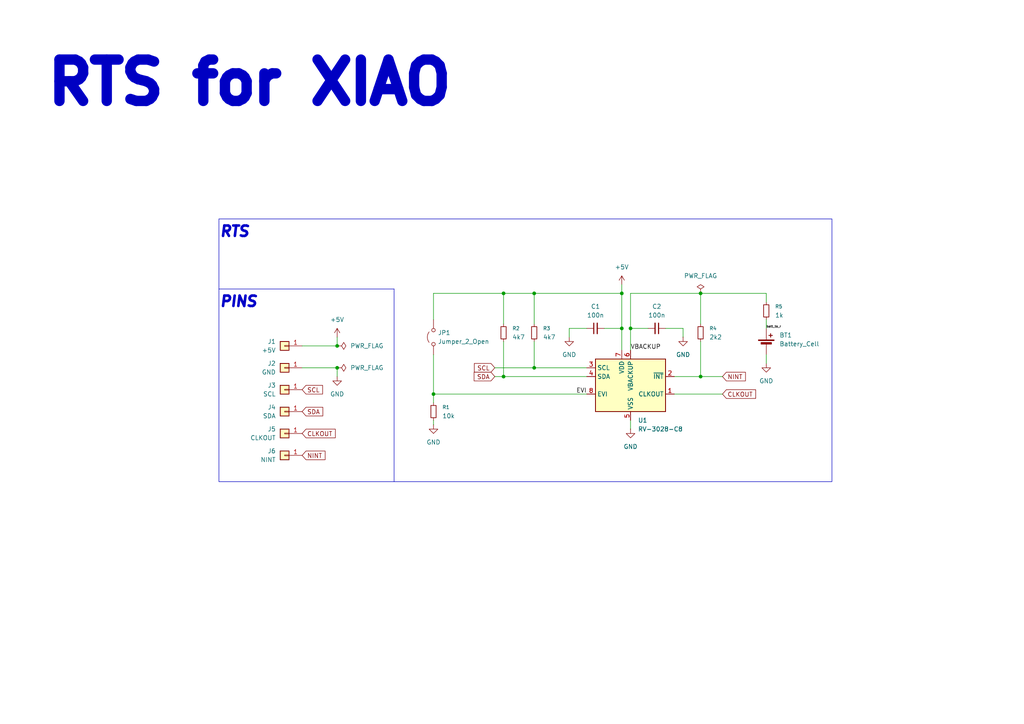
<source format=kicad_sch>
(kicad_sch (version 20250114) (generator "eeschema") (generator_version "9.0")
  (paper "A4")
  (title_block (title "RTS for XIAO ESP32 S3") (rev "${REVISION}") (company "Author: Grzegorz Potocki") (comment 1 "Reviewer: Piotr Lesicki"))
  (lib_symbols
    (symbol "Connector_Generic:Conn_01x01" (pin_names (offset 1.016) (hide yes))
      (property "Reference" "J" (at 0 2.54 0))
      (property "Value" "Conn_01x01" (at 0 -2.54 0))
      (symbol "Conn_01x01_1_1"
        (rectangle (start -1.27 1.27) (end 1.27 -1.27) (stroke (width 0.254)) (fill (type background)))
        (rectangle (start -1.27 0.127) (end 0 -0.127) (stroke (width 0.1524)))
        (pin passive line (at -5.08 0 0) (length 3.81) (name "Pin_1") (number "1"))
      )
    )
    (symbol "Device:Battery_Cell" (pin_numbers (hide yes)) (pin_names (offset 0) (hide yes))
      (property "Reference" "BT" (at 2.54 2.54 0))
      (property "Value" "Battery_Cell" (at 2.54 0 0))
      (symbol "Battery_Cell_0_1"
        (rectangle (start -2.286 1.778) (end 2.286 1.524) (fill (type outline)))
        (rectangle (start -1.524 1.016) (end 1.524 0.508) (fill (type outline)))
        (polyline (pts (xy 0 1.778) (xy 0 2.54)))
        (polyline (pts (xy 0 0.762) (xy 0 0)))
        (polyline (pts (xy 0.762 3.048) (xy 1.778 3.048)) (stroke (width 0.254)))
        (polyline (pts (xy 1.27 3.556) (xy 1.27 2.54)) (stroke (width 0.254)))
      )
      (symbol "Battery_Cell_1_1"
        (pin passive line (at 0 5.08 270) (length 2.54) (name "+") (number "1"))
        (pin passive line (at 0 -2.54 90) (length 2.54) (name "-") (number "2"))
      )
    )
    (symbol "Device:C_Small" (pin_numbers (hide yes)) (pin_names (offset 0.254) (hide yes))
      (property "Reference" "C" (at 0.254 1.778 0))
      (property "Value" "C_Small" (at 0.254 -2.032 0))
      (symbol "C_Small_0_1"
        (polyline (pts (xy -1.524 0.508) (xy 1.524 0.508)) (stroke (width 0.3048)))
        (polyline (pts (xy -1.524 -0.508) (xy 1.524 -0.508)) (stroke (width 0.3302)))
      )
      (symbol "C_Small_1_1"
        (pin passive line (at 0 2.54 270) (length 2.032) (name "~") (number "1"))
        (pin passive line (at 0 -2.54 90) (length 2.032) (name "~") (number "2"))
      )
    )
    (symbol "Device:R_Small" (pin_numbers (hide yes)) (pin_names (offset 0.254) (hide yes))
      (property "Reference" "R" (at 0 0 90))
      (property "Value" "R_Small" (at 1.778 0 90))
      (symbol "R_Small_0_1"
        (rectangle (start -0.762 1.778) (end 0.762 -1.778) (stroke (width 0.2032)))
      )
      (symbol "R_Small_1_1"
        (pin passive line (at 0 2.54 270) (length 0.762) (name "~") (number "1"))
        (pin passive line (at 0 -2.54 90) (length 0.762) (name "~") (number "2"))
      )
    )
    (symbol "Jumper:Jumper_2_Open" (pin_numbers (hide yes)) (pin_names (offset 0) (hide yes))
      (property "Reference" "JP" (at 0 2.794 0))
      (property "Value" "Jumper_2_Open" (at 0 -2.286 0))
      (symbol "Jumper_2_Open_0_0"
        (circle (center -2.032 0) (radius 0.508))
        (circle (center 2.032 0) (radius 0.508))
      )
      (symbol "Jumper_2_Open_0_1"
        (arc (start -1.524 1.27) (mid 0 1.778) (end 1.524 1.27))
      )
      (symbol "Jumper_2_Open_1_1"
        (pin passive line (at -5.08 0 0) (length 2.54) (name "A") (number "1"))
        (pin passive line (at 5.08 0 180) (length 2.54) (name "B") (number "2"))
      )
    )
    (symbol "Timer_RTC:RV-3028-C7"
      (property "Reference" "U" (at -8.89 8.89 0))
      (property "Value" "RV-3028-C7" (at 7.62 8.89 0))
      (symbol "RV-3028-C7_0_1"
        (rectangle (start -10.16 7.62) (end 10.16 -7.62) (stroke (width 0.254)) (fill (type background)))
      )
      (symbol "RV-3028-C7_1_1"
        (pin input line (at -12.7 5.08 0) (length 2.54) (name "SCL") (number "3"))
        (pin bidirectional line (at -12.7 2.54 0) (length 2.54) (name "SDA") (number "4"))
        (pin input line (at -12.7 -2.54 0) (length 2.54) (name "EVI") (number "8"))
        (pin power_in line (at -2.54 10.16 270) (length 2.54) (name "VDD") (number "7"))
        (pin power_in line (at 0 10.16 270) (length 2.54) (name "VBACKUP") (number "6"))
        (pin power_in line (at 0 -10.16 90) (length 2.54) (name "VSS") (number "5"))
        (pin open_collector line (at 12.7 2.54 180) (length 2.54) (name "~{INT}") (number "2"))
        (pin output line (at 12.7 -2.54 180) (length 2.54) (name "CLKOUT") (number "1"))
      )
    )
    (symbol "power:+5V" (power) (pin_numbers (hide yes)) (pin_names (offset 0) (hide yes))
      (property "Value" "+5V" (at 0 3.556 0))
      (symbol "+5V_0_1"
        (polyline (pts (xy -0.762 1.27) (xy 0 2.54)))
        (polyline (pts (xy 0 2.54) (xy 0.762 1.27)))
        (polyline (pts (xy 0 0) (xy 0 2.54)))
      )
      (symbol "+5V_1_1"
        (pin power_in line (at 0 0 90) (length 0) (name "~") (number "1"))
      )
    )
    (symbol "power:GND" (power) (pin_numbers (hide yes)) (pin_names (offset 0) (hide yes))
      (property "Value" "GND" (at 0 -3.81 0))
      (symbol "GND_0_1"
        (polyline (pts (xy 0 0) (xy 0 -1.27) (xy 1.27 -1.27) (xy 0 -2.54) (xy -1.27 -1.27) (xy 0 -1.27)))
      )
      (symbol "GND_1_1"
        (pin power_in line (at 0 0 270) (length 0) (name "~") (number "1"))
      )
    )
    (symbol "power:PWR_FLAG" (power) (pin_numbers (hide yes)) (pin_names (offset 0) (hide yes))
      (property "Value" "PWR_FLAG" (at 0 3.81 0))
      (symbol "PWR_FLAG_0_0"
        (pin power_out line (at 0 0 90) (length 0) (name "~") (number "1"))
      )
      (symbol "PWR_FLAG_0_1"
        (polyline (pts (xy 0 0) (xy 0 1.27) (xy -1.016 1.905) (xy 0 2.54) (xy 1.016 1.905) (xy 0 1.27)))
      )
    )
  )
  (rectangle (start 63.5 63.5) (end 241.3 139.7))
  (text "RTS" (at 63.5 67.31 0) (effects (font (size 3 3) (thickness 2) (bold yes) (italic yes)) (justify left)))
  (text "RTS for XIAO" (at 72.39 24.13 0) (effects (font (size 12 12) (thickness 4.8) (bold yes))))
  (text "PINS" (at 63.5 87.63 0) (effects (font (size 3 3) (thickness 2) (bold yes) (italic yes)) (justify left)))
  (junction (at 203.2 85.09))
  (junction (at 97.79 106.68))
  (junction (at 125.73 114.3))
  (junction (at 180.34 95.25))
  (junction (at 182.88 95.25))
  (junction (at 154.94 85.09))
  (junction (at 154.94 106.68))
  (junction (at 203.2 109.22))
  (junction (at 146.05 109.22))
  (junction (at 146.05 85.09))
  (junction (at 97.79 100.33))
  (junction (at 180.34 85.09))
  (wire (pts (xy 180.34 85.09) (xy 154.94 85.09)))
  (wire (pts (xy 146.05 99.06) (xy 146.05 109.22)))
  (wire (pts (xy 154.94 99.06) (xy 154.94 106.68)))
  (polyline (pts (xy 114.3 83.82) (xy 114.3 139.7)))
  (wire (pts (xy 203.2 109.22) (xy 209.55 109.22)))
  (wire (pts (xy 154.94 85.09) (xy 154.94 93.98)))
  (wire (pts (xy 182.88 121.92) (xy 182.88 124.46)))
  (wire (pts (xy 195.58 109.22) (xy 203.2 109.22)))
  (wire (pts (xy 97.79 106.68) (xy 97.79 109.22)))
  (wire (pts (xy 187.96 95.25) (xy 182.88 95.25)))
  (polyline (pts (xy 63.5 83.82) (xy 114.3 83.82)))
  (wire (pts (xy 203.2 85.09) (xy 203.2 93.98)))
  (wire (pts (xy 222.25 85.09) (xy 222.25 87.63)))
  (wire (pts (xy 154.94 106.68) (xy 170.18 106.68)))
  (wire (pts (xy 125.73 85.09) (xy 125.73 92.71)))
  (wire (pts (xy 146.05 85.09) (xy 154.94 85.09)))
  (wire (pts (xy 146.05 85.09) (xy 146.05 93.98)))
  (wire (pts (xy 203.2 85.09) (xy 222.25 85.09)))
  (wire (pts (xy 87.63 100.33) (xy 97.79 100.33)))
  (wire (pts (xy 198.12 95.25) (xy 193.04 95.25)))
  (wire (pts (xy 182.88 85.09) (xy 203.2 85.09)))
  (wire (pts (xy 125.73 85.09) (xy 146.05 85.09)))
  (wire (pts (xy 165.1 95.25) (xy 170.18 95.25)))
  (wire (pts (xy 125.73 102.87) (xy 125.73 114.3)))
  (wire (pts (xy 125.73 114.3) (xy 125.73 116.84)))
  (wire (pts (xy 222.25 102.87) (xy 222.25 105.41)))
  (wire (pts (xy 175.26 95.25) (xy 180.34 95.25)))
  (wire (pts (xy 125.73 114.3) (xy 170.18 114.3)))
  (wire (pts (xy 143.51 106.68) (xy 154.94 106.68)))
  (wire (pts (xy 180.34 95.25) (xy 180.34 101.6)))
  (wire (pts (xy 198.12 95.25) (xy 198.12 97.79)))
  (wire (pts (xy 182.88 101.6) (xy 182.88 95.25)))
  (wire (pts (xy 203.2 99.06) (xy 203.2 109.22)))
  (wire (pts (xy 87.63 106.68) (xy 97.79 106.68)))
  (wire (pts (xy 180.34 85.09) (xy 180.34 95.25)))
  (wire (pts (xy 222.25 92.71) (xy 222.25 95.25)))
  (wire (pts (xy 146.05 109.22) (xy 170.18 109.22)))
  (wire (pts (xy 165.1 95.25) (xy 165.1 97.79)))
  (wire (pts (xy 97.79 97.79) (xy 97.79 100.33)))
  (wire (pts (xy 180.34 82.55) (xy 180.34 85.09)))
  (wire (pts (xy 125.73 121.92) (xy 125.73 123.19)))
  (wire (pts (xy 182.88 95.25) (xy 182.88 85.09)))
  (wire (pts (xy 143.51 109.22) (xy 146.05 109.22)))
  (wire (pts (xy 195.58 114.3) (xy 209.55 114.3)))
  (label "EVI" (at 170.18 114.3 180))
  (label "batt_to_r" (at 222.25 95.25 0) (effects (font (size 0.635 0.635) (thickness 0.127) (bold yes))))
  (label "VBACKUP" (at 182.88 101.6 0))
  (global_label "SDA" (shape input) (at 143.51 109.22 180) (property "Intersheetrefs" "${INTERSHEET_REFS}" (effects (hide yes))))
  (global_label "SDA" (shape input) (at 87.63 119.38 0) (property "Intersheetrefs" "${INTERSHEET_REFS}" (effects (hide yes))))
  (global_label "CLKOUT" (shape input) (at 209.55 114.3 0) (property "Intersheetrefs" "${INTERSHEET_REFS}" (effects (hide yes))))
  (global_label "SCL" (shape input) (at 143.51 106.68 180) (property "Intersheetrefs" "${INTERSHEET_REFS}" (effects (hide yes))))
  (global_label "NINT" (shape input) (at 87.63 132.08 0) (property "Intersheetrefs" "${INTERSHEET_REFS}" (effects (hide yes))))
  (global_label "SCL" (shape input) (at 87.63 113.03 0) (property "Intersheetrefs" "${INTERSHEET_REFS}" (effects (hide yes))))
  (global_label "NINT" (shape input) (at 209.55 109.22 0) (property "Intersheetrefs" "${INTERSHEET_REFS}" (effects (hide yes))))
  (global_label "CLKOUT" (shape input) (at 87.63 125.73 0) (property "Intersheetrefs" "${INTERSHEET_REFS}" (effects (hide yes))))
  (symbol (lib_id "Device:R_Small") (at 146.05 96.52 0) (unit 1)
    (property "Reference" "R2" (at 148.59 95.2499 0) (effects (font (size 1.016 1.016)) (justify left)))
    (property "Value" "4k7" (at 148.59 97.7899 0) (effects (justify left)))
    (property "Footprint" "Resistor_SMD:R_0603_1608Metric_Pad0.98x0.95mm_HandSolder" (effects (hide yes)))
    (property "Datasheet" "https://www.vishay.com/docs/20035/dcrcwe3.pdf" (effects (hide yes)))
    (property "Description" "Resistor, small symbol" (effects (hide yes)))
    (property "Mouser Part Number" "71-CRCW06034K70FKEBC" (effects (hide yes)))
    (property "Mouser Price/Stock" "https://www.mouser.pl/ProductDetail/Vishay/CRCW06034K70FKEBC?qs=sGAEpiMZZMtlubZbdhIBIEVnJA25NYWZj7fmH0%2FFhz0%3D" (effects (hide yes)))
  )
  (symbol (lib_id "power:GND") (at 182.88 124.46 0) (unit 1)
    (property "Reference" "#PWR06" (effects (hide yes)))
    (property "Value" "GND" (at 182.88 129.54 0))
    (property "Description" "Power symbol creates a global label with name \"GND\" , ground" (effects (hide yes)))
  )
  (symbol (lib_id "Connector_Generic:Conn_01x01") (at 82.55 106.68 0) (mirror y) (unit 1)
    (property "Reference" "J2" (at 80.01 105.4099 0) (effects (justify left)))
    (property "Value" "GND" (at 80.01 107.9499 0) (effects (justify left)))
    (property "Footprint" "TestPoint:TestPoint_THTPad_D1.5mm_Drill0.7mm" (effects (hide yes)))
    (property "Description" "Generic connector, single row, 01x01, script generated (kicad-library-utils/schlib/autogen/connector/)" (effects (hide yes)))
  )
  (symbol (lib_id "Connector_Generic:Conn_01x01") (at 82.55 119.38 0) (mirror y) (unit 1)
    (property "Reference" "J4" (at 80.01 118.1099 0) (effects (justify left)))
    (property "Value" "SDA" (at 80.01 120.6499 0) (effects (justify left)))
    (property "Footprint" "TestPoint:TestPoint_THTPad_D1.5mm_Drill0.7mm" (effects (hide yes)))
    (property "Description" "Generic connector, single row, 01x01, script generated (kicad-library-utils/schlib/autogen/connector/)" (effects (hide yes)))
  )
  (symbol (lib_id "Device:R_Small") (at 222.25 90.17 0) (unit 1)
    (property "Reference" "R5" (at 224.79 88.8999 0) (effects (font (size 1.016 1.016)) (justify left)))
    (property "Value" "1k" (at 224.79 91.4399 0) (effects (justify left)))
    (property "Footprint" "Resistor_SMD:R_0603_1608Metric_Pad0.98x0.95mm_HandSolder" (effects (hide yes)))
    (property "Datasheet" "https://www.vishay.com/docs/20035/dcrcwe3.pdf" (effects (hide yes)))
    (property "Description" "Resistor, small symbol" (effects (hide yes)))
    (property "Mouser Part Number" "71-CRCW06031K00FKED" (effects (hide yes)))
    (property "Mouser Price/Stock" "https://www.mouser.pl/ProductDetail/Vishay-Dale/CRCW06031K00FKED?qs=sGAEpiMZZMtlubZbdhIBIKbhzOdzan%2FGTch9K0lp5pQ%3D" (effects (hide yes)))
  )
  (symbol (lib_id "Device:R_Small") (at 125.73 119.38 0) (unit 1)
    (property "Reference" "R1" (at 128.27 118.1099 0) (effects (font (size 1.016 1.016)) (justify left)))
    (property "Value" "10k" (at 128.27 120.6499 0) (effects (justify left)))
    (property "Footprint" "Resistor_SMD:R_0603_1608Metric_Pad0.98x0.95mm_HandSolder" (effects (hide yes)))
    (property "Datasheet" "https://www.vishay.com/docs/20035/dcrcwe3.pdf" (effects (hide yes)))
    (property "Description" "Resistor, small symbol" (effects (hide yes)))
    (property "Mouser Part Number" "71-CRCW060310K0FKEE" (effects (hide yes)))
    (property "Mouser Price/Stock" "https://www.mouser.pl/ProductDetail/Vishay/CRCW060310K0FKEE?qs=%252B6g0mu59x7LmQSc577nKew%3D%3D" (effects (hide yes)))
  )
  (symbol (lib_id "power:GND") (at 165.1 97.79 0) (unit 1)
    (property "Reference" "#PWR04" (effects (hide yes)))
    (property "Value" "GND" (at 165.1 102.87 0))
    (property "Description" "Power symbol creates a global label with name \"GND\" , ground" (effects (hide yes)))
  )
  (symbol (lib_id "power:GND") (at 125.73 123.19 0) (unit 1)
    (property "Reference" "#PWR03" (effects (hide yes)))
    (property "Value" "GND" (at 125.73 128.27 0))
    (property "Description" "Power symbol creates a global label with name \"GND\" , ground" (effects (hide yes)))
  )
  (symbol (lib_id "power:PWR_FLAG") (at 97.79 106.68 270) (unit 1)
    (property "Reference" "#FLG02" (effects (hide yes)))
    (property "Value" "PWR_FLAG" (at 101.6 106.6799 90) (effects (justify left)))
    (property "Description" "Special symbol for telling ERC where power comes from" (effects (hide yes)))
  )
  (symbol (lib_id "Device:R_Small") (at 203.2 96.52 0) (unit 1)
    (property "Reference" "R4" (at 205.74 95.2499 0) (effects (font (size 1.016 1.016)) (justify left)))
    (property "Value" "2k2" (at 205.74 97.7899 0) (effects (justify left)))
    (property "Footprint" "Resistor_SMD:R_0603_1608Metric_Pad0.98x0.95mm_HandSolder" (effects (hide yes)))
    (property "Datasheet" "https://www.vishay.com/docs/20035/dcrcwe3.pdf" (effects (hide yes)))
    (property "Description" "Resistor, small symbol" (effects (hide yes)))
    (property "Mouser Part Number" "71-CRCW06032K20JNEBC" (effects (hide yes)))
    (property "Mouser Price/Stock" "https://www.mouser.pl/ProductDetail/Vishay/CRCW06032K20JNEBC?qs=sGAEpiMZZMtlubZbdhIBIEVnJA25NYWZmitYxCOVhRw%3D" (effects (hide yes)))
  )
  (symbol (lib_id "Connector_Generic:Conn_01x01") (at 82.55 125.73 0) (mirror y) (unit 1)
    (property "Reference" "J5" (at 80.01 124.4599 0) (effects (justify left)))
    (property "Value" "CLKOUT" (at 80.01 126.9999 0) (effects (justify left)))
    (property "Footprint" "TestPoint:TestPoint_THTPad_D1.5mm_Drill0.7mm" (effects (hide yes)))
    (property "Description" "Generic connector, single row, 01x01, script generated (kicad-library-utils/schlib/autogen/connector/)" (effects (hide yes)))
  )
  (symbol (lib_id "power:+5V") (at 180.34 82.55 0) (unit 1)
    (property "Reference" "#PWR05" (effects (hide yes)))
    (property "Value" "+5V" (at 180.34 77.47 0))
    (property "Description" "Power symbol creates a global label with name \"+5V\"" (effects (hide yes)))
  )
  (symbol (lib_id "power:GND") (at 222.25 105.41 0) (mirror y) (unit 1)
    (property "Reference" "#PWR08" (effects (hide yes)))
    (property "Value" "GND" (at 222.25 110.49 0))
    (property "Description" "Power symbol creates a global label with name \"GND\" , ground" (effects (hide yes)))
  )
  (symbol (lib_id "Timer_RTC:RV-3028-C7") (at 182.88 111.76 0) (unit 1)
    (property "Reference" "U1" (at 185.0233 121.92 0) (effects (justify left)))
    (property "Value" "RV-3028-C8" (at 185.0233 124.46 0) (effects (justify left)))
    (property "Footprint" "Samacsys:RV3028C832768kHz1PPMTAQC" (effects (hide yes)))
    (property "Datasheet" "https://www.microcrystal.com/fileadmin/Media/Products/RTC/Datasheet/RV-3028-C7.pdf" (effects (hide yes)))
    (property "Description" "Realtime Clock/Calendar I2C Interface, Extreme Low Power, 1.1 V to 5.5 V, MicroCrystal C7" (effects (hide yes)))
    (property "Mouser Part Number" "428-RV3028C81PPMTAQC" (effects (hide yes)))
    (property "Mouser Price/Stock" "https://www.mouser.pl/ProductDetail/Micro-Crystal/RV-3028-C8-32.768kHz-1PPM-TA-QC?qs=jcD%2FCkGBYeMyv6OjkHL%2FKw%3D%3D&srsltid=AfmBOor1f0lJqOEIUvIdLZoypmcwJ980XRVUXP48IJOw3LK55r62yo7-" (effects (hide yes)))
  )
  (symbol (lib_id "Jumper:Jumper_2_Open") (at 125.73 97.79 90) (unit 1)
    (property "Reference" "JP1" (at 127 96.5199 90) (effects (justify right)))
    (property "Value" "Jumper_2_Open" (at 127 99.0599 90) (effects (justify right)))
    (property "Footprint" "Jumper:SolderJumper-2_P1.3mm_Bridged_RoundedPad1.0x1.5mm" (effects (hide yes)))
    (property "Description" "Jumper, 2-pole, open" (effects (hide yes)))
  )
  (symbol (lib_id "power:PWR_FLAG") (at 203.2 85.09 0) (unit 1)
    (property "Reference" "#FLG03" (effects (hide yes)))
    (property "Value" "PWR_FLAG" (at 203.2 80.01 0))
    (property "Description" "Special symbol for telling ERC where power comes from" (effects (hide yes)))
  )
  (symbol (lib_id "Connector_Generic:Conn_01x01") (at 82.55 132.08 0) (mirror y) (unit 1)
    (property "Reference" "J6" (at 80.01 130.8099 0) (effects (justify left)))
    (property "Value" "NINT" (at 80.01 133.3499 0) (effects (justify left)))
    (property "Footprint" "TestPoint:TestPoint_THTPad_D1.5mm_Drill0.7mm" (effects (hide yes)))
    (property "Description" "Generic connector, single row, 01x01, script generated (kicad-library-utils/schlib/autogen/connector/)" (effects (hide yes)))
  )
  (symbol (lib_id "power:GND") (at 198.12 97.79 0) (mirror y) (unit 1)
    (property "Reference" "#PWR07" (effects (hide yes)))
    (property "Value" "GND" (at 198.12 102.87 0))
    (property "Description" "Power symbol creates a global label with name \"GND\" , ground" (effects (hide yes)))
  )
  (symbol (lib_id "Connector_Generic:Conn_01x01") (at 82.55 100.33 0) (mirror y) (unit 1)
    (property "Reference" "J1" (at 80.01 99.0599 0) (effects (justify left)))
    (property "Value" "+5V" (at 80.01 101.5999 0) (effects (justify left)))
    (property "Footprint" "TestPoint:TestPoint_THTPad_D1.5mm_Drill0.7mm" (effects (hide yes)))
    (property "Description" "Generic connector, single row, 01x01, script generated (kicad-library-utils/schlib/autogen/connector/)" (effects (hide yes)))
  )
  (symbol (lib_id "Device:Battery_Cell") (at 222.25 100.33 0) (unit 1)
    (property "Reference" "BT1" (at 226.06 97.2184 0) (effects (justify left)))
    (property "Value" "Battery_Cell" (at 226.06 99.7584 0) (effects (justify left)))
    (property "Footprint" "Battery:BatteryHolder_Keystone_2998_1x6.8mm" (effects (hide yes)))
    (property "Datasheet" "https://www.mouser.pl/datasheet/3/201/1/2998.PDF" (effects (hide yes)))
    (property "Description" "Single-cell battery" (effects (hide yes)))
    (property "Mouser Part Number" "534-2998" (effects (hide yes)))
    (property "Mouser Price/Stock" "https://www.mouser.pl/ProductDetail/Keystone-Electronics/2998?qs=xAjc%252BIZFyb5TvOJRv3Vy6w%3D%3D&srsltid=AfmBOoqvfYCPsQA-u7xUuMU477PjWwYfSuixqHYIRxD05MpUUv35Zydi" (effects (hide yes)))
  )
  (symbol (lib_id "Connector_Generic:Conn_01x01") (at 82.55 113.03 0) (mirror y) (unit 1)
    (property "Reference" "J3" (at 80.01 111.7599 0) (effects (justify left)))
    (property "Value" "SCL" (at 80.01 114.2999 0) (effects (justify left)))
    (property "Footprint" "TestPoint:TestPoint_THTPad_D1.5mm_Drill0.7mm" (effects (hide yes)))
    (property "Description" "Generic connector, single row, 01x01, script generated (kicad-library-utils/schlib/autogen/connector/)" (effects (hide yes)))
  )
  (symbol (lib_id "power:+5V") (at 97.79 97.79 0) (unit 1)
    (property "Reference" "#PWR01" (effects (hide yes)))
    (property "Value" "+5V" (at 97.79 92.71 0))
    (property "Description" "Power symbol creates a global label with name \"+5V\"" (effects (hide yes)))
  )
  (symbol (lib_id "Device:R_Small") (at 154.94 96.52 0) (unit 1)
    (property "Reference" "R3" (at 157.48 95.2499 0) (effects (font (size 1.016 1.016)) (justify left)))
    (property "Value" "4k7" (at 157.48 97.7899 0) (effects (justify left)))
    (property "Footprint" "Resistor_SMD:R_0603_1608Metric_Pad0.98x0.95mm_HandSolder" (effects (hide yes)))
    (property "Datasheet" "https://www.vishay.com/docs/20035/dcrcwe3.pdf" (effects (hide yes)))
    (property "Description" "Resistor, small symbol" (effects (hide yes)))
    (property "Mouser Part Number" "71-CRCW06034K70FKEBC" (effects (hide yes)))
    (property "Mouser Price/Stock" "https://www.mouser.pl/ProductDetail/Vishay/CRCW06034K70FKEBC?qs=sGAEpiMZZMtlubZbdhIBIEVnJA25NYWZj7fmH0%2FFhz0%3D" (effects (hide yes)))
  )
  (symbol (lib_id "power:PWR_FLAG") (at 97.79 100.33 270) (unit 1)
    (property "Reference" "#FLG01" (effects (hide yes)))
    (property "Value" "PWR_FLAG" (at 101.6 100.3299 90) (effects (justify left)))
    (property "Description" "Special symbol for telling ERC where power comes from" (effects (hide yes)))
  )
  (symbol (lib_id "Device:C_Small") (at 172.72 95.25 90) (unit 1)
    (property "Reference" "C1" (at 172.7263 88.9 90))
    (property "Value" "100n" (at 172.7263 91.44 90))
    (property "Footprint" "Capacitor_SMD:C_0603_1608Metric_Pad1.08x0.95mm_HandSolder" (effects (hide yes)))
    (property "Datasheet" "https://search.murata.co.jp/Ceramy/image/img/A01X/G101/ENG/GRM033R6YA104ME14-01A.pdf" (effects (hide yes)))
    (property "Description" "Unpolarized capacitor, small symbol" (effects (hide yes)))
    (property "Mouser Part Number" "GRM033R6YA104ME14D" (effects (hide yes)))
    (property "Mouser Price/Stock" "https://www.mouser.pl/ProductDetail/Murata-Electronics/GRM033R6YA104ME14D?qs=P%2FC4Eoq9CDwjSVlAMBrT%252Bw%3D%3D" (effects (hide yes)))
  )
  (symbol (lib_id "power:GND") (at 97.79 109.22 0) (unit 1)
    (property "Reference" "#PWR02" (effects (hide yes)))
    (property "Value" "GND" (at 97.79 114.3 0))
    (property "Description" "Power symbol creates a global label with name \"GND\" , ground" (effects (hide yes)))
  )
  (symbol (lib_id "Device:C_Small") (at 190.5 95.25 270) (mirror x) (unit 1)
    (property "Reference" "C2" (at 190.4937 88.9 90))
    (property "Value" "100n" (at 190.4937 91.44 90))
    (property "Footprint" "Capacitor_SMD:C_0603_1608Metric_Pad1.08x0.95mm_HandSolder" (effects (hide yes)))
    (property "Datasheet" "https://search.murata.co.jp/Ceramy/image/img/A01X/G101/ENG/GRM033R6YA104ME14-01A.pdf" (effects (hide yes)))
    (property "Description" "Unpolarized capacitor, small symbol" (effects (hide yes)))
    (property "Mouser Part Number" "GRM033R6YA104ME14D" (effects (hide yes)))
    (property "Mouser Price/Stock" "https://www.mouser.pl/ProductDetail/Murata-Electronics/GRM033R6YA104ME14D?qs=P%2FC4Eoq9CDwjSVlAMBrT%252Bw%3D%3D" (effects (hide yes)))
  )
)
</source>
